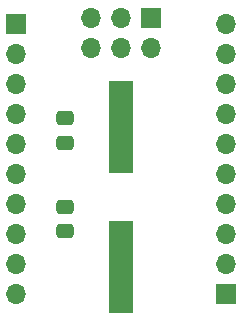
<source format=gbs>
G04 #@! TF.GenerationSoftware,KiCad,Pcbnew,6.0.8-1.fc36*
G04 #@! TF.CreationDate,2022-11-01T17:46:47+01:00*
G04 #@! TF.ProjectId,avr32dd20_eval,61767233-3264-4643-9230-5f6576616c2e,rev?*
G04 #@! TF.SameCoordinates,Original*
G04 #@! TF.FileFunction,Soldermask,Bot*
G04 #@! TF.FilePolarity,Negative*
%FSLAX46Y46*%
G04 Gerber Fmt 4.6, Leading zero omitted, Abs format (unit mm)*
G04 Created by KiCad (PCBNEW 6.0.8-1.fc36) date 2022-11-01 17:46:47*
%MOMM*%
%LPD*%
G01*
G04 APERTURE LIST*
G04 Aperture macros list*
%AMRoundRect*
0 Rectangle with rounded corners*
0 $1 Rounding radius*
0 $2 $3 $4 $5 $6 $7 $8 $9 X,Y pos of 4 corners*
0 Add a 4 corners polygon primitive as box body*
4,1,4,$2,$3,$4,$5,$6,$7,$8,$9,$2,$3,0*
0 Add four circle primitives for the rounded corners*
1,1,$1+$1,$2,$3*
1,1,$1+$1,$4,$5*
1,1,$1+$1,$6,$7*
1,1,$1+$1,$8,$9*
0 Add four rect primitives between the rounded corners*
20,1,$1+$1,$2,$3,$4,$5,0*
20,1,$1+$1,$4,$5,$6,$7,0*
20,1,$1+$1,$6,$7,$8,$9,0*
20,1,$1+$1,$8,$9,$2,$3,0*%
G04 Aperture macros list end*
%ADD10R,1.700000X1.700000*%
%ADD11O,1.700000X1.700000*%
%ADD12RoundRect,0.250000X-0.475000X0.337500X-0.475000X-0.337500X0.475000X-0.337500X0.475000X0.337500X0*%
%ADD13R,2.000000X7.875000*%
%ADD14RoundRect,0.250000X0.475000X-0.337500X0.475000X0.337500X-0.475000X0.337500X-0.475000X-0.337500X0*%
G04 APERTURE END LIST*
D10*
X101585000Y-71877000D03*
D11*
X101585000Y-74417000D03*
X99045000Y-71877000D03*
X99045000Y-74417000D03*
X96505000Y-71877000D03*
X96505000Y-74417000D03*
D10*
X107950000Y-95245000D03*
D11*
X107950000Y-92705000D03*
X107950000Y-90165000D03*
X107950000Y-87625000D03*
X107950000Y-85085000D03*
X107950000Y-82545000D03*
X107950000Y-80005000D03*
X107950000Y-77465000D03*
X107950000Y-74925000D03*
X107950000Y-72385000D03*
D12*
X94361000Y-87862500D03*
X94361000Y-89937500D03*
D13*
X99060000Y-92964000D03*
X99060000Y-81089000D03*
D10*
X90170000Y-72395000D03*
D11*
X90170000Y-74935000D03*
X90170000Y-77475000D03*
X90170000Y-80015000D03*
X90170000Y-82555000D03*
X90170000Y-85095000D03*
X90170000Y-87635000D03*
X90170000Y-90175000D03*
X90170000Y-92715000D03*
X90170000Y-95255000D03*
D14*
X94361000Y-82444500D03*
X94361000Y-80369500D03*
M02*

</source>
